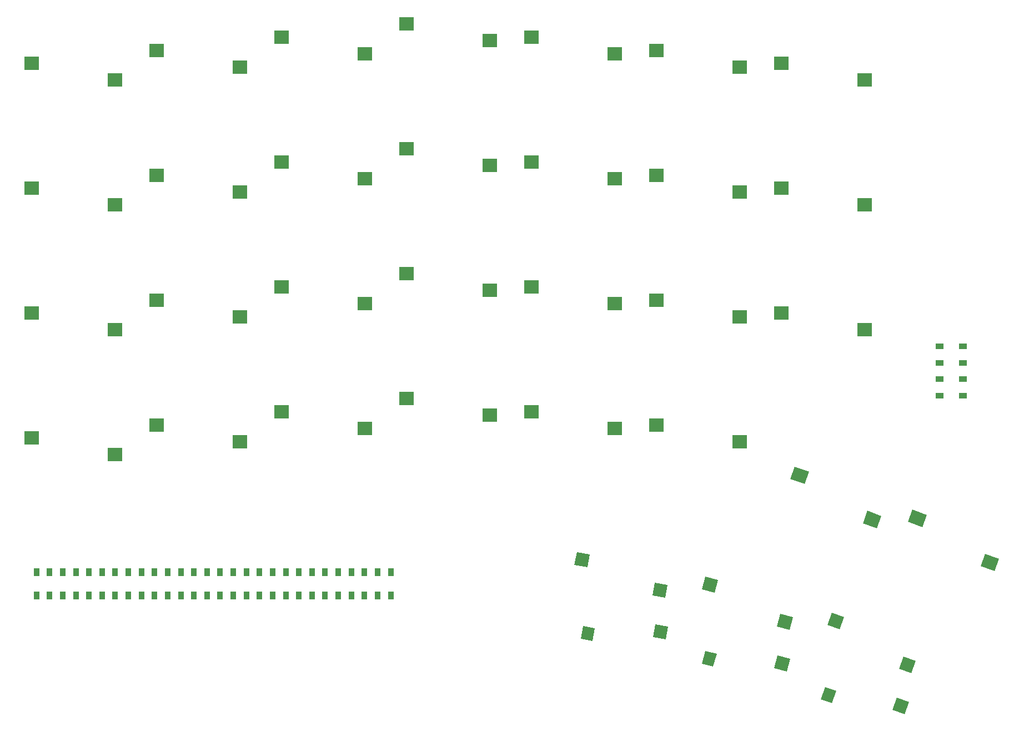
<source format=gtp>
%TF.GenerationSoftware,KiCad,Pcbnew,(5.1.6-0-10_14)*%
%TF.CreationDate,2020-07-06T11:25:28+02:00*%
%TF.ProjectId,splitkb,73706c69-746b-4622-9e6b-696361645f70,rev?*%
%TF.SameCoordinates,Original*%
%TF.FileFunction,Paste,Top*%
%TF.FilePolarity,Positive*%
%FSLAX46Y46*%
G04 Gerber Fmt 4.6, Leading zero omitted, Abs format (unit mm)*
G04 Created by KiCad (PCBNEW (5.1.6-0-10_14)) date 2020-07-06 11:25:28*
%MOMM*%
%LPD*%
G01*
G04 APERTURE LIST*
%ADD10R,2.300000X2.000000*%
%ADD11C,0.100000*%
%ADD12R,0.950000X1.300000*%
%ADD13R,1.300000X0.950000*%
G04 APERTURE END LIST*
D10*
%TO.C,SW9*%
X80400000Y-43830000D03*
X93100000Y-46370000D03*
%TD*%
%TO.C,SW30*%
X169300000Y-88470000D03*
X156600000Y-85930000D03*
%TD*%
%TO.C,SW2*%
X42300000Y-66880000D03*
X55000000Y-69420000D03*
%TD*%
D11*
%TO.C,SW17*%
G36*
X127335665Y-122713587D02*
G01*
X126988369Y-124683203D01*
X125018753Y-124335907D01*
X125366049Y-122366291D01*
X127335665Y-122713587D01*
G37*
G36*
X139204696Y-127385601D02*
G01*
X138857400Y-129355217D01*
X136887784Y-129007921D01*
X137235080Y-127038305D01*
X139204696Y-127385601D01*
G37*
G36*
X128087989Y-133995627D02*
G01*
X127740693Y-135965242D01*
X125968039Y-135652675D01*
X126315335Y-133683060D01*
X128087989Y-133995627D01*
G37*
G36*
X139302901Y-133739179D02*
G01*
X138955605Y-135708795D01*
X136985989Y-135361499D01*
X137333285Y-133391883D01*
X139302901Y-133739179D01*
G37*
%TD*%
D12*
%TO.C,D1*%
X43000000Y-125450000D03*
X43000000Y-129000000D03*
%TD*%
%TO.C,D2*%
X45000000Y-129000000D03*
X45000000Y-125450000D03*
%TD*%
%TO.C,D3*%
X47000000Y-125450000D03*
X47000000Y-129000000D03*
%TD*%
%TO.C,D4*%
X49000000Y-125450000D03*
X49000000Y-129000000D03*
%TD*%
%TO.C,D5*%
X51000000Y-129000000D03*
X51000000Y-125450000D03*
%TD*%
%TO.C,D6*%
X53000000Y-125450000D03*
X53000000Y-129000000D03*
%TD*%
%TO.C,D7*%
X55000000Y-125450000D03*
X55000000Y-129000000D03*
%TD*%
%TO.C,D8*%
X57000000Y-129000000D03*
X57000000Y-125450000D03*
%TD*%
%TO.C,D9*%
X59000000Y-129000000D03*
X59000000Y-125450000D03*
%TD*%
%TO.C,D10*%
X61000000Y-125450000D03*
X61000000Y-129000000D03*
%TD*%
%TO.C,D11*%
X63000000Y-129000000D03*
X63000000Y-125450000D03*
%TD*%
%TO.C,D12*%
X65000000Y-125450000D03*
X65000000Y-129000000D03*
%TD*%
%TO.C,D13*%
X67000000Y-129000000D03*
X67000000Y-125450000D03*
%TD*%
%TO.C,D14*%
X69000000Y-125450000D03*
X69000000Y-129000000D03*
%TD*%
%TO.C,D15*%
X71000000Y-125450000D03*
X71000000Y-129000000D03*
%TD*%
%TO.C,D16*%
X73000000Y-129000000D03*
X73000000Y-125450000D03*
%TD*%
D13*
%TO.C,D17*%
X180725000Y-98500000D03*
X184275000Y-98500000D03*
%TD*%
D12*
%TO.C,D18*%
X75000000Y-129000000D03*
X75000000Y-125450000D03*
%TD*%
%TO.C,D19*%
X77000000Y-125450000D03*
X77000000Y-129000000D03*
%TD*%
%TO.C,D20*%
X79000000Y-129000000D03*
X79000000Y-125450000D03*
%TD*%
%TO.C,D21*%
X81000000Y-125450000D03*
X81000000Y-129000000D03*
%TD*%
D13*
%TO.C,D22*%
X180725000Y-96000000D03*
X184275000Y-96000000D03*
%TD*%
D12*
%TO.C,D23*%
X83000000Y-125450000D03*
X83000000Y-129000000D03*
%TD*%
%TO.C,D24*%
X85000000Y-129000000D03*
X85000000Y-125450000D03*
%TD*%
%TO.C,D25*%
X87000000Y-125450000D03*
X87000000Y-129000000D03*
%TD*%
%TO.C,D26*%
X89000000Y-129000000D03*
X89000000Y-125450000D03*
%TD*%
D13*
%TO.C,D27*%
X184275000Y-93500000D03*
X180725000Y-93500000D03*
%TD*%
D12*
%TO.C,D28*%
X91000000Y-125450000D03*
X91000000Y-129000000D03*
%TD*%
%TO.C,D29*%
X93000000Y-129000000D03*
X93000000Y-125450000D03*
%TD*%
%TO.C,D30*%
X95000000Y-129000000D03*
X95000000Y-125450000D03*
%TD*%
%TO.C,D31*%
X97000000Y-125450000D03*
X97000000Y-129000000D03*
%TD*%
D13*
%TO.C,D32*%
X180725000Y-91000000D03*
X184275000Y-91000000D03*
%TD*%
D11*
%TO.C,SW22*%
G36*
X157891114Y-138663253D02*
G01*
X157373476Y-140595105D01*
X155441624Y-140077467D01*
X155959262Y-138145615D01*
X157891114Y-138663253D01*
G37*
G36*
X146696527Y-137941280D02*
G01*
X146178889Y-139873132D01*
X144440223Y-139407258D01*
X144957861Y-137475406D01*
X146696527Y-137941280D01*
G37*
G36*
X158347034Y-132325293D02*
G01*
X157829396Y-134257145D01*
X155897544Y-133739507D01*
X156415182Y-131807655D01*
X158347034Y-132325293D01*
G37*
G36*
X146930361Y-126636603D02*
G01*
X146412723Y-128568455D01*
X144480871Y-128050817D01*
X144998509Y-126118965D01*
X146930361Y-126636603D01*
G37*
%TD*%
%TO.C,SW27*%
G36*
X166156897Y-132313377D02*
G01*
X165472856Y-134192762D01*
X163593471Y-133508721D01*
X164277512Y-131629336D01*
X166156897Y-132313377D01*
G37*
G36*
X177034323Y-138975448D02*
G01*
X176350282Y-140854833D01*
X174470897Y-140170792D01*
X175154938Y-138291407D01*
X177034323Y-138975448D01*
G37*
G36*
X164938686Y-143554656D02*
G01*
X164254645Y-145434041D01*
X162563198Y-144818404D01*
X163247239Y-142939019D01*
X164938686Y-143554656D01*
G37*
G36*
X176027749Y-145249554D02*
G01*
X175343708Y-147128939D01*
X173464323Y-146444898D01*
X174148364Y-144565513D01*
X176027749Y-145249554D01*
G37*
%TD*%
D10*
%TO.C,SW1*%
X42300000Y-47830000D03*
X55000000Y-50370000D03*
%TD*%
%TO.C,SW3*%
X42300000Y-85930000D03*
X55000000Y-88470000D03*
%TD*%
%TO.C,SW4*%
X55000000Y-107520000D03*
X42300000Y-104980000D03*
%TD*%
%TO.C,SW5*%
X74050000Y-48370000D03*
X61350000Y-45830000D03*
%TD*%
%TO.C,SW6*%
X74050000Y-67420000D03*
X61350000Y-64880000D03*
%TD*%
%TO.C,SW7*%
X61350000Y-83930000D03*
X74050000Y-86470000D03*
%TD*%
%TO.C,SW8*%
X61350000Y-102980000D03*
X74050000Y-105520000D03*
%TD*%
%TO.C,SW10*%
X80400000Y-62880000D03*
X93100000Y-65420000D03*
%TD*%
%TO.C,SW11*%
X93100000Y-84470000D03*
X80400000Y-81930000D03*
%TD*%
%TO.C,SW12*%
X93100000Y-103520000D03*
X80400000Y-100980000D03*
%TD*%
%TO.C,SW13*%
X112150000Y-44370000D03*
X99450000Y-41830000D03*
%TD*%
%TO.C,SW14*%
X112150000Y-63420000D03*
X99450000Y-60880000D03*
%TD*%
%TO.C,SW15*%
X112150000Y-82470000D03*
X99450000Y-79930000D03*
%TD*%
%TO.C,SW16*%
X112150000Y-101520000D03*
X99450000Y-98980000D03*
%TD*%
%TO.C,SW18*%
X118500000Y-43830000D03*
X131200000Y-46370000D03*
%TD*%
%TO.C,SW19*%
X131200000Y-65420000D03*
X118500000Y-62880000D03*
%TD*%
%TO.C,SW20*%
X118500000Y-81930000D03*
X131200000Y-84470000D03*
%TD*%
%TO.C,SW21*%
X131200000Y-103520000D03*
X118500000Y-100980000D03*
%TD*%
%TO.C,SW23*%
X137550000Y-45830000D03*
X150250000Y-48370000D03*
%TD*%
%TO.C,SW24*%
X137550000Y-64880000D03*
X150250000Y-67420000D03*
%TD*%
%TO.C,SW25*%
X137550000Y-83930000D03*
X150250000Y-86470000D03*
%TD*%
%TO.C,SW26*%
X137550000Y-102980000D03*
X150250000Y-105520000D03*
%TD*%
%TO.C,SW28*%
X156600000Y-47830000D03*
X169300000Y-50370000D03*
%TD*%
%TO.C,SW29*%
X169300000Y-69420000D03*
X156600000Y-66880000D03*
%TD*%
D11*
%TO.C,SW31*%
G36*
X171832927Y-116873365D02*
G01*
X171148886Y-118752750D01*
X168987593Y-117966103D01*
X169671634Y-116086718D01*
X171832927Y-116873365D01*
G37*
G36*
X160767562Y-110142890D02*
G01*
X160083521Y-112022275D01*
X157922228Y-111235628D01*
X158606269Y-109356243D01*
X160767562Y-110142890D01*
G37*
%TD*%
%TO.C,SW32*%
G36*
X189782927Y-123423365D02*
G01*
X189098886Y-125302750D01*
X186937593Y-124516103D01*
X187621634Y-122636718D01*
X189782927Y-123423365D01*
G37*
G36*
X178717562Y-116692890D02*
G01*
X178033521Y-118572275D01*
X175872228Y-117785628D01*
X176556269Y-115906243D01*
X178717562Y-116692890D01*
G37*
%TD*%
M02*

</source>
